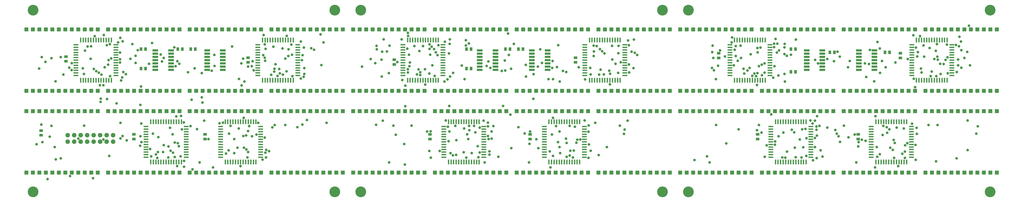
<source format=gbs>
G75*
G70*
%OFA0B0*%
%FSLAX24Y24*%
%IPPOS*%
%LPD*%
%AMOC8*
5,1,8,0,0,1.08239X$1,22.5*
%
%ADD10C,0.1655*%
%ADD11R,0.0237X0.0749*%
%ADD12R,0.0749X0.0237*%
%ADD13R,0.0595X0.0595*%
%ADD14R,0.0552X0.0395*%
%ADD15R,0.0880X0.0340*%
%ADD16R,0.0395X0.0552*%
%ADD17OC8,0.0680*%
%ADD18C,0.0416*%
D10*
X002150Y002158D03*
X048650Y002158D03*
X052650Y002158D03*
X099150Y002158D03*
X103150Y002158D03*
X149650Y002158D03*
X149650Y030150D03*
X103150Y030150D03*
X099150Y030150D03*
X052650Y030150D03*
X048650Y030150D03*
X002150Y030150D03*
D11*
X009483Y025544D03*
X009876Y025544D03*
X010270Y025544D03*
X010664Y025544D03*
X011057Y025544D03*
X011451Y025544D03*
X011845Y025544D03*
X012239Y025544D03*
X012632Y025544D03*
X013026Y025544D03*
X013420Y025544D03*
X013813Y025544D03*
X014207Y025544D03*
X037514Y025544D03*
X037908Y025544D03*
X038302Y025544D03*
X038695Y025544D03*
X039089Y025544D03*
X039483Y025544D03*
X039876Y025544D03*
X040270Y025544D03*
X040664Y025544D03*
X041057Y025544D03*
X041451Y025544D03*
X041845Y025544D03*
X042239Y025544D03*
X059876Y025544D03*
X060270Y025544D03*
X060664Y025544D03*
X061057Y025544D03*
X061451Y025544D03*
X061845Y025544D03*
X062239Y025544D03*
X062632Y025544D03*
X063026Y025544D03*
X063420Y025544D03*
X063813Y025544D03*
X064207Y025544D03*
X064601Y025544D03*
X087908Y025544D03*
X088302Y025544D03*
X088695Y025544D03*
X089089Y025544D03*
X089483Y025544D03*
X089876Y025544D03*
X090270Y025544D03*
X090664Y025544D03*
X091057Y025544D03*
X091451Y025544D03*
X091845Y025544D03*
X092239Y025544D03*
X092632Y025544D03*
X110270Y025544D03*
X110664Y025544D03*
X111057Y025544D03*
X111451Y025544D03*
X111845Y025544D03*
X112239Y025544D03*
X112632Y025544D03*
X113026Y025544D03*
X113420Y025544D03*
X113813Y025544D03*
X114207Y025544D03*
X114601Y025544D03*
X114994Y025544D03*
X138302Y025544D03*
X138695Y025544D03*
X139089Y025544D03*
X139483Y025544D03*
X139876Y025544D03*
X140270Y025544D03*
X140664Y025544D03*
X141057Y025544D03*
X141451Y025544D03*
X141845Y025544D03*
X142239Y025544D03*
X142632Y025544D03*
X143026Y025544D03*
X143026Y019363D03*
X142632Y019363D03*
X142239Y019363D03*
X141845Y019363D03*
X141451Y019363D03*
X141057Y019363D03*
X140664Y019363D03*
X140270Y019363D03*
X139876Y019363D03*
X139483Y019363D03*
X139089Y019363D03*
X138695Y019363D03*
X138302Y019363D03*
X114994Y019363D03*
X114601Y019363D03*
X114207Y019363D03*
X113813Y019363D03*
X113420Y019363D03*
X113026Y019363D03*
X112632Y019363D03*
X112239Y019363D03*
X111845Y019363D03*
X111451Y019363D03*
X111057Y019363D03*
X110664Y019363D03*
X110270Y019363D03*
X092632Y019363D03*
X092239Y019363D03*
X091845Y019363D03*
X091451Y019363D03*
X091057Y019363D03*
X090664Y019363D03*
X090270Y019363D03*
X089876Y019363D03*
X089483Y019363D03*
X089089Y019363D03*
X088695Y019363D03*
X088302Y019363D03*
X087908Y019363D03*
X064601Y019363D03*
X064207Y019363D03*
X063813Y019363D03*
X063420Y019363D03*
X063026Y019363D03*
X062632Y019363D03*
X062239Y019363D03*
X061845Y019363D03*
X061451Y019363D03*
X061057Y019363D03*
X060664Y019363D03*
X060270Y019363D03*
X059876Y019363D03*
X042239Y019363D03*
X041845Y019363D03*
X041451Y019363D03*
X041057Y019363D03*
X040664Y019363D03*
X040270Y019363D03*
X039876Y019363D03*
X039483Y019363D03*
X039089Y019363D03*
X038695Y019363D03*
X038302Y019363D03*
X037908Y019363D03*
X037514Y019363D03*
X014207Y019363D03*
X013813Y019363D03*
X013420Y019363D03*
X013026Y019363D03*
X012632Y019363D03*
X012239Y019363D03*
X011845Y019363D03*
X011451Y019363D03*
X011057Y019363D03*
X010664Y019363D03*
X010270Y019363D03*
X009876Y019363D03*
X009483Y019363D03*
X020286Y012945D03*
X020680Y012945D03*
X021073Y012945D03*
X021467Y012945D03*
X021861Y012945D03*
X022254Y012945D03*
X022648Y012945D03*
X023042Y012945D03*
X023435Y012945D03*
X023829Y012945D03*
X024223Y012945D03*
X024617Y012945D03*
X025010Y012945D03*
X031774Y012945D03*
X032168Y012945D03*
X032561Y012945D03*
X032955Y012945D03*
X033349Y012945D03*
X033743Y012945D03*
X034136Y012945D03*
X034530Y012945D03*
X034924Y012945D03*
X035317Y012945D03*
X035711Y012945D03*
X036105Y012945D03*
X036498Y012945D03*
X066180Y012945D03*
X066573Y012945D03*
X066967Y012945D03*
X067361Y012945D03*
X067754Y012945D03*
X068148Y012945D03*
X068542Y012945D03*
X068935Y012945D03*
X069329Y012945D03*
X069723Y012945D03*
X070117Y012945D03*
X070510Y012945D03*
X070904Y012945D03*
X081668Y012945D03*
X082061Y012945D03*
X082455Y012945D03*
X082849Y012945D03*
X083243Y012945D03*
X083636Y012945D03*
X084030Y012945D03*
X084424Y012945D03*
X084817Y012945D03*
X085211Y012945D03*
X085605Y012945D03*
X085998Y012945D03*
X086392Y012945D03*
X086392Y006764D03*
X085998Y006764D03*
X085605Y006764D03*
X085211Y006764D03*
X084817Y006764D03*
X084424Y006764D03*
X084030Y006764D03*
X083636Y006764D03*
X083243Y006764D03*
X082849Y006764D03*
X082455Y006764D03*
X082061Y006764D03*
X081668Y006764D03*
X070904Y006764D03*
X070510Y006764D03*
X070117Y006764D03*
X069723Y006764D03*
X069329Y006764D03*
X068935Y006764D03*
X068542Y006764D03*
X068148Y006764D03*
X067754Y006764D03*
X067361Y006764D03*
X066967Y006764D03*
X066573Y006764D03*
X066180Y006764D03*
X036498Y006764D03*
X036105Y006764D03*
X035711Y006764D03*
X035317Y006764D03*
X034924Y006764D03*
X034530Y006764D03*
X034136Y006764D03*
X033743Y006764D03*
X033349Y006764D03*
X032955Y006764D03*
X032561Y006764D03*
X032168Y006764D03*
X031774Y006764D03*
X025010Y006764D03*
X024617Y006764D03*
X024223Y006764D03*
X023829Y006764D03*
X023435Y006764D03*
X023042Y006764D03*
X022648Y006764D03*
X022254Y006764D03*
X021861Y006764D03*
X021467Y006764D03*
X021073Y006764D03*
X020680Y006764D03*
X020286Y006764D03*
X116573Y006764D03*
X116967Y006764D03*
X117361Y006764D03*
X117754Y006764D03*
X118148Y006764D03*
X118542Y006764D03*
X118935Y006764D03*
X119329Y006764D03*
X119723Y006764D03*
X120117Y006764D03*
X120510Y006764D03*
X120904Y006764D03*
X121298Y006764D03*
X132061Y006764D03*
X132455Y006764D03*
X132849Y006764D03*
X133243Y006764D03*
X133636Y006764D03*
X134030Y006764D03*
X134424Y006764D03*
X134817Y006764D03*
X135211Y006764D03*
X135605Y006764D03*
X135998Y006764D03*
X136392Y006764D03*
X136786Y006764D03*
X136786Y012945D03*
X136392Y012945D03*
X135998Y012945D03*
X135605Y012945D03*
X135211Y012945D03*
X134817Y012945D03*
X134424Y012945D03*
X134030Y012945D03*
X133636Y012945D03*
X133243Y012945D03*
X132849Y012945D03*
X132455Y012945D03*
X132061Y012945D03*
X121298Y012945D03*
X120904Y012945D03*
X120510Y012945D03*
X120117Y012945D03*
X119723Y012945D03*
X119329Y012945D03*
X118935Y012945D03*
X118542Y012945D03*
X118148Y012945D03*
X117754Y012945D03*
X117361Y012945D03*
X116967Y012945D03*
X116573Y012945D03*
D12*
X115845Y012217D03*
X115845Y011823D03*
X115845Y011430D03*
X115845Y011036D03*
X115845Y010642D03*
X115845Y010248D03*
X115845Y009855D03*
X115845Y009461D03*
X115845Y009067D03*
X115845Y008674D03*
X115845Y008280D03*
X115845Y007886D03*
X115845Y007493D03*
X122026Y007493D03*
X122026Y007886D03*
X122026Y008280D03*
X122026Y008674D03*
X122026Y009067D03*
X122026Y009461D03*
X122026Y009855D03*
X122026Y010248D03*
X122026Y010642D03*
X122026Y011036D03*
X122026Y011430D03*
X122026Y011823D03*
X122026Y012217D03*
X131333Y012217D03*
X131333Y011823D03*
X131333Y011430D03*
X131333Y011036D03*
X131333Y010642D03*
X131333Y010248D03*
X131333Y009855D03*
X131333Y009461D03*
X131333Y009067D03*
X131333Y008674D03*
X131333Y008280D03*
X131333Y007886D03*
X131333Y007493D03*
X137514Y007493D03*
X137514Y007886D03*
X137514Y008280D03*
X137514Y008674D03*
X137514Y009067D03*
X137514Y009461D03*
X137514Y009855D03*
X137514Y010248D03*
X137514Y010642D03*
X137514Y011036D03*
X137514Y011430D03*
X137514Y011823D03*
X137514Y012217D03*
X137573Y020091D03*
X137573Y020485D03*
X137573Y020878D03*
X137573Y021272D03*
X137573Y021666D03*
X137573Y022059D03*
X137573Y022453D03*
X137573Y022847D03*
X137573Y023241D03*
X137573Y023634D03*
X137573Y024028D03*
X137573Y024422D03*
X137573Y024815D03*
X143754Y024815D03*
X143754Y024422D03*
X143754Y024028D03*
X143754Y023634D03*
X143754Y023241D03*
X143754Y022847D03*
X143754Y022453D03*
X143754Y022059D03*
X143754Y021666D03*
X143754Y021272D03*
X143754Y020878D03*
X143754Y020485D03*
X143754Y020091D03*
X115723Y020091D03*
X115723Y020485D03*
X115723Y020878D03*
X115723Y021272D03*
X115723Y021666D03*
X115723Y022059D03*
X115723Y022453D03*
X115723Y022847D03*
X115723Y023241D03*
X115723Y023634D03*
X115723Y024028D03*
X115723Y024422D03*
X115723Y024815D03*
X109542Y024815D03*
X109542Y024422D03*
X109542Y024028D03*
X109542Y023634D03*
X109542Y023241D03*
X109542Y022847D03*
X109542Y022453D03*
X109542Y022059D03*
X109542Y021666D03*
X109542Y021272D03*
X109542Y020878D03*
X109542Y020485D03*
X109542Y020091D03*
X093361Y020091D03*
X093361Y020485D03*
X093361Y020878D03*
X093361Y021272D03*
X093361Y021666D03*
X093361Y022059D03*
X093361Y022453D03*
X093361Y022847D03*
X093361Y023241D03*
X093361Y023634D03*
X093361Y024028D03*
X093361Y024422D03*
X093361Y024815D03*
X087180Y024815D03*
X087180Y024422D03*
X087180Y024028D03*
X087180Y023634D03*
X087180Y023241D03*
X087180Y022847D03*
X087180Y022453D03*
X087180Y022059D03*
X087180Y021666D03*
X087180Y021272D03*
X087180Y020878D03*
X087180Y020485D03*
X087180Y020091D03*
X065329Y020091D03*
X065329Y020485D03*
X065329Y020878D03*
X065329Y021272D03*
X065329Y021666D03*
X065329Y022059D03*
X065329Y022453D03*
X065329Y022847D03*
X065329Y023241D03*
X065329Y023634D03*
X065329Y024028D03*
X065329Y024422D03*
X065329Y024815D03*
X059148Y024815D03*
X059148Y024422D03*
X059148Y024028D03*
X059148Y023634D03*
X059148Y023241D03*
X059148Y022847D03*
X059148Y022453D03*
X059148Y022059D03*
X059148Y021666D03*
X059148Y021272D03*
X059148Y020878D03*
X059148Y020485D03*
X059148Y020091D03*
X042967Y020091D03*
X042967Y020485D03*
X042967Y020878D03*
X042967Y021272D03*
X042967Y021666D03*
X042967Y022059D03*
X042967Y022453D03*
X042967Y022847D03*
X042967Y023241D03*
X042967Y023634D03*
X042967Y024028D03*
X042967Y024422D03*
X042967Y024815D03*
X036786Y024815D03*
X036786Y024422D03*
X036786Y024028D03*
X036786Y023634D03*
X036786Y023241D03*
X036786Y022847D03*
X036786Y022453D03*
X036786Y022059D03*
X036786Y021666D03*
X036786Y021272D03*
X036786Y020878D03*
X036786Y020485D03*
X036786Y020091D03*
X014935Y020091D03*
X014935Y020485D03*
X014935Y020878D03*
X014935Y021272D03*
X014935Y021666D03*
X014935Y022059D03*
X014935Y022453D03*
X014935Y022847D03*
X014935Y023241D03*
X014935Y023634D03*
X014935Y024028D03*
X014935Y024422D03*
X014935Y024815D03*
X008754Y024815D03*
X008754Y024422D03*
X008754Y024028D03*
X008754Y023634D03*
X008754Y023241D03*
X008754Y022847D03*
X008754Y022453D03*
X008754Y022059D03*
X008754Y021666D03*
X008754Y021272D03*
X008754Y020878D03*
X008754Y020485D03*
X008754Y020091D03*
X019557Y012217D03*
X019557Y011823D03*
X019557Y011430D03*
X019557Y011036D03*
X019557Y010642D03*
X019557Y010248D03*
X019557Y009855D03*
X019557Y009461D03*
X019557Y009067D03*
X019557Y008674D03*
X019557Y008280D03*
X019557Y007886D03*
X019557Y007493D03*
X025739Y007493D03*
X025739Y007886D03*
X025739Y008280D03*
X025739Y008674D03*
X025739Y009067D03*
X025739Y009461D03*
X025739Y009855D03*
X025739Y010248D03*
X025739Y010642D03*
X025739Y011036D03*
X025739Y011430D03*
X025739Y011823D03*
X025739Y012217D03*
X031046Y012217D03*
X031046Y011823D03*
X031046Y011430D03*
X031046Y011036D03*
X031046Y010642D03*
X031046Y010248D03*
X031046Y009855D03*
X031046Y009461D03*
X031046Y009067D03*
X031046Y008674D03*
X031046Y008280D03*
X031046Y007886D03*
X031046Y007493D03*
X037227Y007493D03*
X037227Y007886D03*
X037227Y008280D03*
X037227Y008674D03*
X037227Y009067D03*
X037227Y009461D03*
X037227Y009855D03*
X037227Y010248D03*
X037227Y010642D03*
X037227Y011036D03*
X037227Y011430D03*
X037227Y011823D03*
X037227Y012217D03*
X065451Y012217D03*
X065451Y011823D03*
X065451Y011430D03*
X065451Y011036D03*
X065451Y010642D03*
X065451Y010248D03*
X065451Y009855D03*
X065451Y009461D03*
X065451Y009067D03*
X065451Y008674D03*
X065451Y008280D03*
X065451Y007886D03*
X065451Y007493D03*
X071632Y007493D03*
X071632Y007886D03*
X071632Y008280D03*
X071632Y008674D03*
X071632Y009067D03*
X071632Y009461D03*
X071632Y009855D03*
X071632Y010248D03*
X071632Y010642D03*
X071632Y011036D03*
X071632Y011430D03*
X071632Y011823D03*
X071632Y012217D03*
X080939Y012217D03*
X080939Y011823D03*
X080939Y011430D03*
X080939Y011036D03*
X080939Y010642D03*
X080939Y010248D03*
X080939Y009855D03*
X080939Y009461D03*
X080939Y009067D03*
X080939Y008674D03*
X080939Y008280D03*
X080939Y007886D03*
X080939Y007493D03*
X087120Y007493D03*
X087120Y007886D03*
X087120Y008280D03*
X087120Y008674D03*
X087120Y009067D03*
X087120Y009461D03*
X087120Y009855D03*
X087120Y010248D03*
X087120Y010642D03*
X087120Y011036D03*
X087120Y011430D03*
X087120Y011823D03*
X087120Y012217D03*
D13*
X086697Y014579D03*
X085697Y014579D03*
X084697Y014579D03*
X083697Y014579D03*
X082697Y014579D03*
X081697Y014579D03*
X080697Y014579D03*
X079697Y014579D03*
X078697Y014579D03*
X077697Y014579D03*
X076697Y014579D03*
X075099Y014579D03*
X074099Y014579D03*
X073099Y014579D03*
X072099Y014579D03*
X071099Y014579D03*
X070099Y014579D03*
X069099Y014579D03*
X068099Y014579D03*
X067099Y014579D03*
X066099Y014579D03*
X065099Y014579D03*
X064099Y014579D03*
X062500Y014579D03*
X061500Y014579D03*
X060500Y014579D03*
X059500Y014579D03*
X058500Y014579D03*
X057500Y014579D03*
X056500Y014579D03*
X055500Y014579D03*
X054500Y014579D03*
X053500Y014579D03*
X052500Y014579D03*
X051500Y014579D03*
X049902Y014579D03*
X048902Y014579D03*
X047902Y014579D03*
X046902Y014579D03*
X045902Y014579D03*
X044902Y014579D03*
X043902Y014579D03*
X042902Y014579D03*
X041902Y014579D03*
X040902Y014579D03*
X039902Y014579D03*
X038902Y014579D03*
X037304Y014579D03*
X036304Y014579D03*
X035304Y014579D03*
X034304Y014579D03*
X033304Y014579D03*
X032304Y014579D03*
X031304Y014579D03*
X030304Y014579D03*
X029304Y014579D03*
X028304Y014579D03*
X027304Y014579D03*
X026304Y014579D03*
X024705Y014579D03*
X023705Y014579D03*
X022705Y014579D03*
X021705Y014579D03*
X020705Y014579D03*
X019705Y014579D03*
X018705Y014579D03*
X017705Y014579D03*
X016705Y014579D03*
X015705Y014579D03*
X014705Y014579D03*
X013705Y014579D03*
X012107Y014579D03*
X011107Y014579D03*
X010107Y014579D03*
X009107Y014579D03*
X008107Y014579D03*
X007107Y014579D03*
X006107Y014579D03*
X005107Y014579D03*
X004107Y014579D03*
X003107Y014579D03*
X002107Y014579D03*
X001107Y014579D03*
X001107Y017729D03*
X002107Y017729D03*
X003107Y017729D03*
X004107Y017729D03*
X005107Y017729D03*
X006107Y017729D03*
X007107Y017729D03*
X008107Y017729D03*
X009107Y017729D03*
X010107Y017729D03*
X011107Y017729D03*
X012107Y017729D03*
X013705Y017729D03*
X014705Y017729D03*
X015705Y017729D03*
X016705Y017729D03*
X017705Y017729D03*
X018705Y017729D03*
X019705Y017729D03*
X020705Y017729D03*
X021705Y017729D03*
X022705Y017729D03*
X023705Y017729D03*
X024705Y017729D03*
X026304Y017729D03*
X027304Y017729D03*
X028304Y017729D03*
X029304Y017729D03*
X030304Y017729D03*
X031304Y017729D03*
X032304Y017729D03*
X033304Y017729D03*
X034304Y017729D03*
X035304Y017729D03*
X036304Y017729D03*
X037304Y017729D03*
X038902Y017729D03*
X039902Y017729D03*
X040902Y017729D03*
X041902Y017729D03*
X042902Y017729D03*
X043902Y017729D03*
X044902Y017729D03*
X045902Y017729D03*
X046902Y017729D03*
X047902Y017729D03*
X048902Y017729D03*
X049902Y017729D03*
X051500Y017729D03*
X052500Y017729D03*
X053500Y017729D03*
X054500Y017729D03*
X055500Y017729D03*
X056500Y017729D03*
X057500Y017729D03*
X058500Y017729D03*
X059500Y017729D03*
X060500Y017729D03*
X061500Y017729D03*
X062500Y017729D03*
X064099Y017729D03*
X065099Y017729D03*
X066099Y017729D03*
X067099Y017729D03*
X068099Y017729D03*
X069099Y017729D03*
X070099Y017729D03*
X071099Y017729D03*
X072099Y017729D03*
X073099Y017729D03*
X074099Y017729D03*
X075099Y017729D03*
X076697Y017729D03*
X077697Y017729D03*
X078697Y017729D03*
X079697Y017729D03*
X080697Y017729D03*
X081697Y017729D03*
X082697Y017729D03*
X083697Y017729D03*
X084697Y017729D03*
X085697Y017729D03*
X086697Y017729D03*
X087697Y017729D03*
X089296Y017729D03*
X090296Y017729D03*
X091296Y017729D03*
X092296Y017729D03*
X093296Y017729D03*
X094296Y017729D03*
X095296Y017729D03*
X096296Y017729D03*
X097296Y017729D03*
X098296Y017729D03*
X099296Y017729D03*
X100296Y017729D03*
X101894Y017729D03*
X102894Y017729D03*
X103894Y017729D03*
X104894Y017729D03*
X105894Y017729D03*
X106894Y017729D03*
X107894Y017729D03*
X108894Y017729D03*
X109894Y017729D03*
X110894Y017729D03*
X111894Y017729D03*
X112894Y017729D03*
X114493Y017729D03*
X115493Y017729D03*
X116493Y017729D03*
X117493Y017729D03*
X118493Y017729D03*
X119493Y017729D03*
X120493Y017729D03*
X121493Y017729D03*
X122493Y017729D03*
X123493Y017729D03*
X124493Y017729D03*
X125493Y017729D03*
X127091Y017729D03*
X128091Y017729D03*
X129091Y017729D03*
X130091Y017729D03*
X131091Y017729D03*
X132091Y017729D03*
X133091Y017729D03*
X134091Y017729D03*
X135091Y017729D03*
X136091Y017729D03*
X137091Y017729D03*
X138091Y017729D03*
X139689Y017729D03*
X140689Y017729D03*
X141689Y017729D03*
X142689Y017729D03*
X143689Y017729D03*
X144689Y017729D03*
X145689Y017729D03*
X146689Y017729D03*
X147689Y017729D03*
X148689Y017729D03*
X149689Y017729D03*
X150689Y017729D03*
X150689Y014579D03*
X149689Y014579D03*
X148689Y014579D03*
X147689Y014579D03*
X146689Y014579D03*
X145689Y014579D03*
X144689Y014579D03*
X143689Y014579D03*
X142689Y014579D03*
X141689Y014579D03*
X140689Y014579D03*
X139689Y014579D03*
X138091Y014579D03*
X137091Y014579D03*
X136091Y014579D03*
X135091Y014579D03*
X134091Y014579D03*
X133091Y014579D03*
X132091Y014579D03*
X131091Y014579D03*
X130091Y014579D03*
X129091Y014579D03*
X128091Y014579D03*
X127091Y014579D03*
X125493Y014579D03*
X124493Y014579D03*
X123493Y014579D03*
X122493Y014579D03*
X121493Y014579D03*
X120493Y014579D03*
X119493Y014579D03*
X118493Y014579D03*
X117493Y014579D03*
X116493Y014579D03*
X115493Y014579D03*
X114493Y014579D03*
X112894Y014579D03*
X111894Y014579D03*
X110894Y014579D03*
X109894Y014579D03*
X108894Y014579D03*
X107894Y014579D03*
X106894Y014579D03*
X105894Y014579D03*
X104894Y014579D03*
X103894Y014579D03*
X102894Y014579D03*
X101894Y014579D03*
X100296Y014579D03*
X099296Y014579D03*
X098296Y014579D03*
X097296Y014579D03*
X096296Y014579D03*
X095296Y014579D03*
X094296Y014579D03*
X093296Y014579D03*
X092296Y014579D03*
X091296Y014579D03*
X090296Y014579D03*
X089296Y014579D03*
X087697Y014579D03*
X087697Y005130D03*
X086697Y005130D03*
X085697Y005130D03*
X084697Y005130D03*
X083697Y005130D03*
X082697Y005130D03*
X081697Y005130D03*
X080697Y005130D03*
X079697Y005130D03*
X078697Y005130D03*
X077697Y005130D03*
X076697Y005130D03*
X075099Y005130D03*
X074099Y005130D03*
X073099Y005130D03*
X072099Y005130D03*
X071099Y005130D03*
X070099Y005130D03*
X069099Y005130D03*
X068099Y005130D03*
X067099Y005130D03*
X066099Y005130D03*
X065099Y005130D03*
X064099Y005130D03*
X062500Y005130D03*
X061500Y005130D03*
X060500Y005130D03*
X059500Y005130D03*
X058500Y005130D03*
X057500Y005130D03*
X056500Y005130D03*
X055500Y005130D03*
X054500Y005130D03*
X053500Y005130D03*
X052500Y005130D03*
X051500Y005130D03*
X049902Y005130D03*
X048902Y005130D03*
X047902Y005130D03*
X046902Y005130D03*
X045902Y005130D03*
X044902Y005130D03*
X043902Y005130D03*
X042902Y005130D03*
X041902Y005130D03*
X040902Y005130D03*
X039902Y005130D03*
X038902Y005130D03*
X037304Y005130D03*
X036304Y005130D03*
X035304Y005130D03*
X034304Y005130D03*
X033304Y005130D03*
X032304Y005130D03*
X031304Y005130D03*
X030304Y005130D03*
X029304Y005130D03*
X028304Y005130D03*
X027304Y005130D03*
X026304Y005130D03*
X024705Y005130D03*
X023705Y005130D03*
X022705Y005130D03*
X021705Y005130D03*
X020705Y005130D03*
X019705Y005130D03*
X018705Y005130D03*
X017705Y005130D03*
X016705Y005130D03*
X015705Y005130D03*
X014705Y005130D03*
X013705Y005130D03*
X012107Y005130D03*
X011107Y005130D03*
X010107Y005130D03*
X009107Y005130D03*
X008107Y005130D03*
X007107Y005130D03*
X006107Y005130D03*
X005107Y005130D03*
X004107Y005130D03*
X003107Y005130D03*
X002107Y005130D03*
X001107Y005130D03*
X089296Y005130D03*
X090296Y005130D03*
X091296Y005130D03*
X092296Y005130D03*
X093296Y005130D03*
X094296Y005130D03*
X095296Y005130D03*
X096296Y005130D03*
X097296Y005130D03*
X098296Y005130D03*
X099296Y005130D03*
X100296Y005130D03*
X101894Y005130D03*
X102894Y005130D03*
X103894Y005130D03*
X104894Y005130D03*
X105894Y005130D03*
X106894Y005130D03*
X107894Y005130D03*
X108894Y005130D03*
X109894Y005130D03*
X110894Y005130D03*
X111894Y005130D03*
X112894Y005130D03*
X114493Y005130D03*
X115493Y005130D03*
X116493Y005130D03*
X117493Y005130D03*
X118493Y005130D03*
X119493Y005130D03*
X120493Y005130D03*
X121493Y005130D03*
X122493Y005130D03*
X123493Y005130D03*
X124493Y005130D03*
X125493Y005130D03*
X127091Y005130D03*
X128091Y005130D03*
X129091Y005130D03*
X130091Y005130D03*
X131091Y005130D03*
X132091Y005130D03*
X133091Y005130D03*
X134091Y005130D03*
X135091Y005130D03*
X136091Y005130D03*
X137091Y005130D03*
X138091Y005130D03*
X139689Y005130D03*
X140689Y005130D03*
X141689Y005130D03*
X142689Y005130D03*
X143689Y005130D03*
X144689Y005130D03*
X145689Y005130D03*
X146689Y005130D03*
X147689Y005130D03*
X148689Y005130D03*
X149689Y005130D03*
X150689Y005130D03*
X150689Y027178D03*
X149689Y027178D03*
X148689Y027178D03*
X147689Y027178D03*
X146689Y027178D03*
X145689Y027178D03*
X144689Y027178D03*
X143689Y027178D03*
X142689Y027178D03*
X141689Y027178D03*
X140689Y027178D03*
X139689Y027178D03*
X138091Y027178D03*
X137091Y027178D03*
X136091Y027178D03*
X135091Y027178D03*
X134091Y027178D03*
X133091Y027178D03*
X132091Y027178D03*
X131091Y027178D03*
X130091Y027178D03*
X129091Y027178D03*
X128091Y027178D03*
X127091Y027178D03*
X125493Y027178D03*
X124493Y027178D03*
X123493Y027178D03*
X122493Y027178D03*
X121493Y027178D03*
X120493Y027178D03*
X119493Y027178D03*
X118493Y027178D03*
X117493Y027178D03*
X116493Y027178D03*
X115493Y027178D03*
X114493Y027178D03*
X112894Y027178D03*
X111894Y027178D03*
X110894Y027178D03*
X109894Y027178D03*
X108894Y027178D03*
X107894Y027178D03*
X106894Y027178D03*
X105894Y027178D03*
X104894Y027178D03*
X103894Y027178D03*
X102894Y027178D03*
X101894Y027178D03*
X100296Y027178D03*
X099296Y027178D03*
X098296Y027178D03*
X097296Y027178D03*
X096296Y027178D03*
X095296Y027178D03*
X094296Y027178D03*
X093296Y027178D03*
X092296Y027178D03*
X091296Y027178D03*
X090296Y027178D03*
X089296Y027178D03*
X087697Y027178D03*
X086697Y027178D03*
X085697Y027178D03*
X084697Y027178D03*
X083697Y027178D03*
X082697Y027178D03*
X081697Y027178D03*
X080697Y027178D03*
X079697Y027178D03*
X078697Y027178D03*
X077697Y027178D03*
X076697Y027178D03*
X075099Y027178D03*
X074099Y027178D03*
X073099Y027178D03*
X072099Y027178D03*
X071099Y027178D03*
X070099Y027178D03*
X069099Y027178D03*
X068099Y027178D03*
X067099Y027178D03*
X066099Y027178D03*
X065099Y027178D03*
X064099Y027178D03*
X062500Y027178D03*
X061500Y027178D03*
X060500Y027178D03*
X059500Y027178D03*
X058500Y027178D03*
X057500Y027178D03*
X056500Y027178D03*
X055500Y027178D03*
X054500Y027178D03*
X053500Y027178D03*
X052500Y027178D03*
X051500Y027178D03*
X049902Y027178D03*
X048902Y027178D03*
X047902Y027178D03*
X046902Y027178D03*
X045902Y027178D03*
X044902Y027178D03*
X043902Y027178D03*
X042902Y027178D03*
X041902Y027178D03*
X040902Y027178D03*
X039902Y027178D03*
X038902Y027178D03*
X037304Y027178D03*
X036304Y027178D03*
X035304Y027178D03*
X034304Y027178D03*
X033304Y027178D03*
X032304Y027178D03*
X031304Y027178D03*
X030304Y027178D03*
X029304Y027178D03*
X028304Y027178D03*
X027304Y027178D03*
X026304Y027178D03*
X024705Y027178D03*
X023705Y027178D03*
X022705Y027178D03*
X021705Y027178D03*
X020705Y027178D03*
X019705Y027178D03*
X018705Y027178D03*
X017705Y027178D03*
X016705Y027178D03*
X015705Y027178D03*
X014705Y027178D03*
X013705Y027178D03*
X012107Y027178D03*
X011107Y027178D03*
X010107Y027178D03*
X009107Y027178D03*
X008107Y027178D03*
X007107Y027178D03*
X006107Y027178D03*
X005107Y027178D03*
X004107Y027178D03*
X003107Y027178D03*
X002107Y027178D03*
X001107Y027178D03*
D14*
X007231Y023004D03*
X007231Y022296D03*
X035302Y022111D03*
X035302Y022819D03*
X057809Y022512D03*
X057809Y021804D03*
X085754Y022122D03*
X085754Y022831D03*
X107809Y022800D03*
X107809Y023508D03*
X135809Y023508D03*
X135809Y022800D03*
X129309Y011008D03*
X129309Y010300D03*
X113809Y010300D03*
X113809Y011008D03*
X078746Y011008D03*
X078746Y010300D03*
X063309Y010300D03*
X063309Y011008D03*
X028648Y011008D03*
X028648Y010300D03*
X017699Y010300D03*
X017699Y011008D03*
X003376Y010876D03*
X003376Y011585D03*
D15*
X020989Y020953D03*
X020989Y021453D03*
X020989Y021953D03*
X020989Y022453D03*
X020989Y022953D03*
X020989Y023453D03*
X020989Y023953D03*
X023409Y023953D03*
X023409Y023453D03*
X023409Y022953D03*
X023409Y022453D03*
X023409Y021953D03*
X023409Y021453D03*
X023409Y020953D03*
X028981Y020953D03*
X031401Y020953D03*
X031401Y021453D03*
X031401Y021953D03*
X028981Y021953D03*
X028981Y021453D03*
X028981Y022453D03*
X031401Y022453D03*
X031401Y022953D03*
X031401Y023453D03*
X028981Y023453D03*
X028981Y022953D03*
X028981Y023953D03*
X031401Y023953D03*
X070989Y023953D03*
X070989Y023453D03*
X070989Y022953D03*
X070989Y022453D03*
X070989Y021953D03*
X070989Y021453D03*
X070989Y020953D03*
X073409Y020953D03*
X073409Y021453D03*
X073409Y021953D03*
X073409Y022453D03*
X073409Y022953D03*
X073409Y023453D03*
X073409Y023953D03*
X079021Y023953D03*
X081441Y023953D03*
X081441Y023453D03*
X081441Y022953D03*
X079021Y022953D03*
X079021Y023453D03*
X079021Y022453D03*
X081441Y022453D03*
X081441Y021953D03*
X081441Y021453D03*
X079021Y021453D03*
X079021Y021953D03*
X079021Y020953D03*
X081441Y020953D03*
X121383Y020953D03*
X121383Y021453D03*
X121383Y021953D03*
X121383Y022453D03*
X121383Y022953D03*
X121383Y023453D03*
X121383Y023953D03*
X123803Y023953D03*
X123803Y023453D03*
X123803Y022953D03*
X123803Y022453D03*
X123803Y021953D03*
X123803Y021453D03*
X123803Y020953D03*
X129414Y020953D03*
X131834Y020953D03*
X131834Y021453D03*
X131834Y021953D03*
X129414Y021953D03*
X129414Y021453D03*
X129414Y022453D03*
X131834Y022453D03*
X131834Y022953D03*
X131834Y023453D03*
X129414Y023453D03*
X129414Y022953D03*
X129414Y023953D03*
X131834Y023953D03*
D16*
X133455Y023654D03*
X134164Y023654D03*
X125664Y023654D03*
X124955Y023654D03*
X119664Y024154D03*
X118955Y024154D03*
X118955Y020654D03*
X119664Y020654D03*
X077664Y024154D03*
X076955Y024154D03*
X075664Y024154D03*
X074955Y024154D03*
X069664Y024154D03*
X068955Y024154D03*
X068955Y021154D03*
X069664Y021154D03*
X027164Y024154D03*
X026455Y024154D03*
X025164Y024154D03*
X024455Y024154D03*
X019483Y024154D03*
X018774Y024154D03*
X018774Y021154D03*
X019483Y021154D03*
D17*
X014502Y010882D03*
X013502Y010882D03*
X012502Y010882D03*
X011502Y010882D03*
X010502Y010882D03*
X009502Y010882D03*
X008502Y010882D03*
X007502Y010882D03*
X007502Y009882D03*
X008502Y009882D03*
X009502Y009882D03*
X010502Y009882D03*
X011502Y009882D03*
X012502Y009882D03*
X013502Y009882D03*
X014502Y009882D03*
D18*
X012998Y010226D03*
X015605Y010396D03*
X015963Y010762D03*
X016585Y010093D03*
X018681Y010711D03*
X020624Y011108D03*
X021470Y010589D03*
X023647Y011031D03*
X025099Y011774D03*
X026423Y012275D03*
X027424Y011809D03*
X025388Y012869D03*
X023247Y012031D03*
X018806Y012703D03*
X015625Y012800D03*
X010020Y012345D03*
X004988Y012339D03*
X003427Y012536D03*
X004734Y010671D03*
X003587Y009830D03*
X002680Y009492D03*
X005477Y009040D03*
X005640Y007149D03*
X006408Y007317D03*
X013882Y007690D03*
X020188Y008769D03*
X018668Y009262D03*
X018852Y009828D03*
X022282Y009343D03*
X023023Y009151D03*
X024442Y009654D03*
X023986Y009766D03*
X024617Y009198D03*
X023364Y008490D03*
X023710Y008190D03*
X022180Y008298D03*
X021382Y008294D03*
X021093Y007937D03*
X020365Y007615D03*
X021273Y007397D03*
X022999Y007464D03*
X023974Y007514D03*
X024873Y007610D03*
X025437Y006921D03*
X027838Y006681D03*
X029887Y005915D03*
X026731Y005639D03*
X025436Y006025D03*
X024355Y006135D03*
X031894Y008065D03*
X033141Y008110D03*
X032299Y008558D03*
X033639Y008963D03*
X034640Y008947D03*
X035030Y008684D03*
X035302Y008294D03*
X037939Y008181D03*
X038074Y008637D03*
X038516Y008417D03*
X038071Y007447D03*
X037521Y007109D03*
X035201Y007455D03*
X034106Y006132D03*
X033164Y010289D03*
X034541Y010756D03*
X034997Y010842D03*
X035893Y010734D03*
X036593Y010991D03*
X035285Y011529D03*
X033860Y011937D03*
X032576Y012315D03*
X031405Y012835D03*
X030891Y012717D03*
X028531Y013128D03*
X024940Y013851D03*
X024232Y013789D03*
X018691Y015565D03*
X015023Y015792D03*
X012557Y016013D03*
X013550Y016456D03*
X012576Y016507D03*
X018793Y018382D03*
X015711Y019319D03*
X015884Y019803D03*
X016470Y020290D03*
X016055Y020620D03*
X014029Y019986D03*
X012679Y020208D03*
X012280Y020509D03*
X011881Y020757D03*
X011534Y021105D03*
X013174Y021372D03*
X013732Y021771D03*
X015565Y022092D03*
X015565Y022594D03*
X014197Y022726D03*
X013804Y022447D03*
X011014Y022670D03*
X008125Y021998D03*
X006413Y022933D03*
X005000Y022744D03*
X003483Y022928D03*
X004062Y022182D03*
X003100Y021151D03*
X006813Y020214D03*
X008079Y020906D03*
X007718Y021293D03*
X009823Y021197D03*
X009974Y020306D03*
X005624Y019181D03*
X012459Y018590D03*
X012976Y018587D03*
X024116Y021524D03*
X024703Y021902D03*
X024404Y022299D03*
X022300Y022778D03*
X022015Y022270D03*
X020011Y021902D03*
X017946Y022029D03*
X017141Y022653D03*
X017954Y023115D03*
X015566Y023610D03*
X018283Y023990D03*
X021820Y023307D03*
X023937Y024414D03*
X020502Y025101D03*
X017455Y024929D03*
X015940Y025344D03*
X015252Y025187D03*
X013978Y024909D03*
X013510Y024758D03*
X011074Y024574D03*
X010558Y024560D03*
X010165Y023924D03*
X011644Y026169D03*
X013039Y026326D03*
X015589Y025877D03*
X030084Y023263D03*
X032806Y024543D03*
X037859Y024878D03*
X039190Y024510D03*
X037986Y024180D03*
X040576Y024249D03*
X041511Y024133D03*
X043883Y024401D03*
X045026Y024282D03*
X045452Y024063D03*
X042041Y023285D03*
X041474Y023095D03*
X041012Y022683D03*
X043590Y022455D03*
X043704Y023212D03*
X046577Y021673D03*
X043952Y021234D03*
X041227Y020738D03*
X040204Y020414D03*
X040645Y020210D03*
X039817Y020014D03*
X038860Y020178D03*
X039338Y020680D03*
X039364Y021136D03*
X040092Y021091D03*
X039531Y021813D03*
X037934Y022362D03*
X037866Y022819D03*
X037635Y023233D03*
X035994Y022299D03*
X034506Y022680D03*
X034262Y021961D03*
X035302Y021453D03*
X035860Y021535D03*
X036158Y020877D03*
X033893Y019551D03*
X034724Y019140D03*
X034289Y018564D03*
X042110Y019986D03*
X043431Y019629D03*
X043854Y019878D03*
X043952Y020337D03*
X052850Y021463D03*
X054888Y021981D03*
X055840Y022529D03*
X054198Y022617D03*
X055958Y023768D03*
X056695Y023780D03*
X055119Y024120D03*
X055080Y024650D03*
X057087Y024678D03*
X059818Y024208D03*
X061688Y023870D03*
X063271Y024183D03*
X063584Y024538D03*
X063255Y024877D03*
X062247Y024630D03*
X060936Y024620D03*
X063947Y024142D03*
X064226Y023669D03*
X063340Y023273D03*
X064502Y023230D03*
X066262Y023500D03*
X064615Y024763D03*
X066361Y024972D03*
X065624Y025300D03*
X066384Y025648D03*
X068867Y025539D03*
X069305Y025010D03*
X068857Y024721D03*
X075485Y023255D03*
X074860Y022405D03*
X072317Y022263D03*
X072070Y021552D03*
X072624Y021256D03*
X074381Y020787D03*
X074919Y020843D03*
X075809Y021106D03*
X078101Y021721D03*
X079946Y021455D03*
X080604Y022008D03*
X082223Y022336D03*
X082877Y021385D03*
X082144Y021243D03*
X083819Y020773D03*
X084313Y020623D03*
X088027Y021260D03*
X086248Y021349D03*
X089620Y020996D03*
X090949Y020820D03*
X091074Y020364D03*
X090137Y020245D03*
X089404Y020232D03*
X088081Y020255D03*
X087223Y019498D03*
X091052Y018734D03*
X083329Y019165D03*
X082280Y019508D03*
X081580Y019508D03*
X079287Y020302D03*
X078126Y019911D03*
X068639Y019508D03*
X066427Y019925D03*
X066022Y019505D03*
X065559Y019155D03*
X064057Y020030D03*
X063205Y020384D03*
X061838Y020604D03*
X061817Y020143D03*
X061323Y020246D03*
X059918Y020571D03*
X059931Y021063D03*
X060168Y021522D03*
X061553Y021008D03*
X062547Y021052D03*
X063685Y021647D03*
X060214Y022099D03*
X058301Y022148D03*
X060077Y023301D03*
X068227Y021618D03*
X066895Y020504D03*
X062589Y018680D03*
X059513Y018510D03*
X059063Y019377D03*
X055889Y019925D03*
X056983Y020455D03*
X041943Y024854D03*
X043431Y025326D03*
X046931Y025196D03*
X046468Y026416D03*
X041250Y026181D03*
X037683Y026317D03*
X056179Y025649D03*
X058954Y025649D03*
X059968Y026188D03*
X059928Y026666D03*
X075357Y026549D03*
X076247Y024951D03*
X080315Y024131D03*
X083087Y024756D03*
X088555Y024697D03*
X089020Y024633D03*
X089508Y024155D03*
X089862Y023816D03*
X090229Y023495D03*
X088581Y023774D03*
X088555Y023097D03*
X091406Y022560D03*
X092733Y022115D03*
X091911Y021877D03*
X093989Y021804D03*
X094687Y021235D03*
X094014Y020562D03*
X092336Y020485D03*
X092360Y023521D03*
X094401Y023763D03*
X094891Y023591D03*
X095259Y023269D03*
X093988Y024747D03*
X092386Y024657D03*
X091402Y024667D03*
X093839Y025491D03*
X094770Y025627D03*
X106891Y024689D03*
X108032Y023970D03*
X106817Y023694D03*
X108773Y023015D03*
X110469Y023098D03*
X111262Y022793D03*
X110744Y022355D03*
X110165Y021666D03*
X111651Y021119D03*
X112261Y020869D03*
X112593Y021263D03*
X114037Y021536D03*
X114467Y021756D03*
X114904Y021964D03*
X116408Y021512D03*
X114895Y020536D03*
X114493Y020138D03*
X113781Y020459D03*
X113317Y020397D03*
X111765Y020401D03*
X113002Y020021D03*
X113580Y020001D03*
X116228Y019754D03*
X117032Y020100D03*
X117963Y020313D03*
X118019Y019167D03*
X113729Y018617D03*
X107376Y019508D03*
X107079Y020889D03*
X106804Y021259D03*
X107737Y021597D03*
X106980Y022804D03*
X110285Y024045D03*
X110440Y024623D03*
X111203Y024691D03*
X109836Y025196D03*
X113772Y024312D03*
X114257Y024374D03*
X116348Y024454D03*
X117121Y023963D03*
X116786Y023624D03*
X117939Y023399D03*
X118316Y023125D03*
X118955Y023300D03*
X117950Y024424D03*
X117984Y024972D03*
X116848Y024980D03*
X116347Y024982D03*
X116603Y025706D03*
X119710Y025627D03*
X113833Y023672D03*
X112763Y023359D03*
X122682Y022480D03*
X123113Y021951D03*
X125590Y022294D03*
X124558Y022639D03*
X126499Y022986D03*
X126110Y023746D03*
X131132Y024016D03*
X132652Y024261D03*
X132299Y025246D03*
X137822Y026291D03*
X138845Y026172D03*
X141459Y024906D03*
X142997Y024844D03*
X144383Y024779D03*
X144851Y024599D03*
X145218Y023989D03*
X146136Y023732D03*
X145702Y022782D03*
X144708Y022543D03*
X143077Y022881D03*
X142796Y022500D03*
X141580Y022512D03*
X141061Y022638D03*
X141505Y022981D03*
X141284Y023887D03*
X140322Y024334D03*
X139390Y024727D03*
X138210Y024389D03*
X138524Y023704D03*
X138425Y023016D03*
X139472Y022995D03*
X136949Y022634D03*
X135054Y022075D03*
X132993Y022331D03*
X131003Y021863D03*
X130345Y021951D03*
X127760Y021369D03*
X128030Y022331D03*
X133557Y021355D03*
X132699Y020497D03*
X130561Y019852D03*
X131793Y019181D03*
X137896Y019578D03*
X140486Y019998D03*
X141366Y019988D03*
X142036Y020336D03*
X143126Y020436D03*
X144527Y020608D03*
X145225Y021300D03*
X144735Y021652D03*
X146556Y021647D03*
X142484Y021855D03*
X141968Y021880D03*
X138987Y021142D03*
X140667Y020702D03*
X139078Y020561D03*
X138082Y018298D03*
X131978Y013831D03*
X133204Y012320D03*
X133737Y012129D03*
X134134Y011787D03*
X135264Y012052D03*
X136346Y011935D03*
X138329Y012033D03*
X140168Y012472D03*
X141565Y012472D03*
X137630Y012646D03*
X138367Y011100D03*
X134774Y010142D03*
X134941Y009682D03*
X136558Y009308D03*
X136874Y009654D03*
X138139Y009396D03*
X134656Y008618D03*
X134243Y008967D03*
X132180Y009053D03*
X129307Y009164D03*
X129392Y009829D03*
X129902Y010203D03*
X130449Y010038D03*
X127818Y010558D03*
X126278Y010712D03*
X126036Y011127D03*
X128781Y011000D03*
X125795Y011704D03*
X124543Y012044D03*
X123351Y012331D03*
X122895Y012223D03*
X122881Y011724D03*
X121174Y011870D03*
X120681Y011787D03*
X119469Y011329D03*
X119087Y011725D03*
X117789Y011301D03*
X117039Y010708D03*
X114431Y011293D03*
X113729Y011648D03*
X110894Y011781D03*
X114018Y012445D03*
X115933Y014084D03*
X121963Y013155D03*
X122293Y012698D03*
X122644Y013127D03*
X123002Y013823D03*
X127138Y012340D03*
X122946Y010819D03*
X122653Y010466D03*
X121356Y010435D03*
X120321Y010219D03*
X116509Y009909D03*
X116481Y009426D03*
X115212Y009306D03*
X118367Y008340D03*
X117617Y007463D03*
X118104Y007430D03*
X119683Y007473D03*
X120586Y007455D03*
X121317Y007703D03*
X122922Y007356D03*
X122357Y007024D03*
X123819Y007581D03*
X123524Y008559D03*
X122649Y009043D03*
X120852Y009025D03*
X119568Y008954D03*
X114924Y007554D03*
X106423Y006681D03*
X104074Y007047D03*
X106032Y007639D03*
X108983Y009611D03*
X107433Y012472D03*
X093799Y013127D03*
X092591Y012346D03*
X093326Y011768D03*
X093231Y011091D03*
X087752Y011412D03*
X085656Y012185D03*
X084850Y012312D03*
X082750Y012304D03*
X083273Y011455D03*
X082114Y010995D03*
X084283Y010367D03*
X086035Y010178D03*
X086495Y010208D03*
X085877Y009720D03*
X084372Y009687D03*
X083289Y009072D03*
X083068Y009810D03*
X079710Y010248D03*
X078643Y009571D03*
X080006Y008883D03*
X081789Y008383D03*
X083395Y008136D03*
X084943Y008493D03*
X085498Y008515D03*
X088104Y008476D03*
X089328Y007811D03*
X087747Y007388D03*
X085357Y007457D03*
X084849Y007752D03*
X084382Y007569D03*
X082298Y007680D03*
X078577Y006681D03*
X081882Y005920D03*
X073861Y007550D03*
X072495Y007881D03*
X072481Y008390D03*
X070999Y008232D03*
X069763Y008106D03*
X068505Y008254D03*
X067350Y007842D03*
X066855Y007774D03*
X066472Y008124D03*
X064816Y008471D03*
X063235Y008443D03*
X059357Y009506D03*
X058041Y010960D03*
X062874Y011448D03*
X063408Y011483D03*
X066104Y012191D03*
X067219Y012316D03*
X069347Y012322D03*
X070137Y012306D03*
X070991Y012062D03*
X072263Y012245D03*
X073099Y012305D03*
X072263Y012811D03*
X071587Y013127D03*
X075724Y014047D03*
X074585Y015377D03*
X079249Y016484D03*
X082279Y013571D03*
X087160Y013169D03*
X088776Y012800D03*
X087800Y012392D03*
X078746Y011467D03*
X077933Y011151D03*
X076944Y012125D03*
X072818Y011467D03*
X070319Y011337D03*
X069397Y011645D03*
X068576Y011917D03*
X069051Y011007D03*
X066331Y011448D03*
X067404Y010132D03*
X066194Y009951D03*
X069212Y010294D03*
X072256Y010761D03*
X072818Y010349D03*
X072362Y010305D03*
X070677Y009186D03*
X075849Y008883D03*
X070789Y007483D03*
X068924Y007430D03*
X071770Y006681D03*
X063468Y007424D03*
X059466Y006342D03*
X057015Y006681D03*
X037862Y010531D03*
X032339Y011133D03*
X029200Y010289D03*
X039009Y012104D03*
X039394Y012472D03*
X036866Y012800D03*
X035467Y012301D03*
X034607Y013569D03*
X041016Y012472D03*
X042880Y012119D03*
X043652Y012535D03*
X044356Y013237D03*
X047374Y012800D03*
X055005Y012488D03*
X056039Y013127D03*
X057699Y012344D03*
X060500Y012344D03*
X065739Y013155D03*
X066299Y015384D03*
X059506Y015346D03*
X087813Y009445D03*
X090584Y009067D03*
X126509Y009862D03*
X133091Y010907D03*
X133781Y011253D03*
X146189Y013169D03*
X147767Y012251D03*
X147508Y011110D03*
X146200Y008600D03*
X144489Y007330D03*
X141325Y006847D03*
X138198Y007085D03*
X136515Y007396D03*
X134862Y007398D03*
X132255Y007571D03*
X132659Y007970D03*
X136134Y008022D03*
X136523Y008340D03*
X129021Y006681D03*
X131910Y005914D03*
X135477Y006139D03*
X145157Y025317D03*
X144927Y026056D03*
X146385Y027741D03*
X109900Y025950D03*
X030138Y021557D03*
X029673Y020828D03*
X028159Y020465D03*
X026024Y020592D03*
X027049Y021183D03*
X028159Y016710D03*
X026572Y016347D03*
X028256Y015908D03*
X009112Y010360D03*
X007853Y004583D03*
X011403Y004255D03*
X004393Y004132D03*
M02*

</source>
